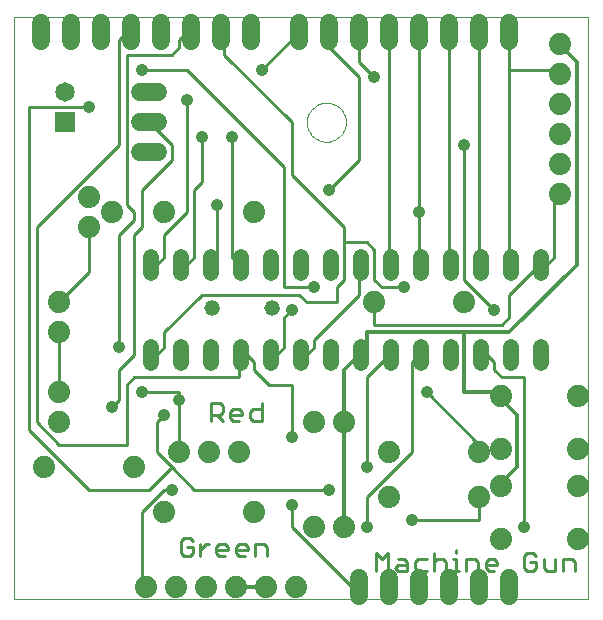
<source format=gtl>
G75*
%MOIN*%
%OFA0B0*%
%FSLAX24Y24*%
%IPPOS*%
%LPD*%
%AMOC8*
5,1,8,0,0,1.08239X$1,22.5*
%
%ADD10C,0.0000*%
%ADD11C,0.0110*%
%ADD12C,0.0520*%
%ADD13C,0.0600*%
%ADD14C,0.0740*%
%ADD15C,0.0520*%
%ADD16R,0.0650X0.0650*%
%ADD17C,0.0650*%
%ADD18C,0.0120*%
%ADD19C,0.0100*%
%ADD20C,0.0420*%
D10*
X000100Y001170D02*
X000100Y020570D01*
X019220Y020570D01*
X019210Y001170D01*
X000100Y001170D01*
X009850Y017050D02*
X009852Y017100D01*
X009858Y017150D01*
X009868Y017200D01*
X009881Y017248D01*
X009898Y017296D01*
X009919Y017342D01*
X009943Y017386D01*
X009971Y017428D01*
X010002Y017468D01*
X010036Y017505D01*
X010073Y017540D01*
X010112Y017571D01*
X010153Y017600D01*
X010197Y017625D01*
X010243Y017647D01*
X010290Y017665D01*
X010338Y017679D01*
X010387Y017690D01*
X010437Y017697D01*
X010487Y017700D01*
X010538Y017699D01*
X010588Y017694D01*
X010638Y017685D01*
X010686Y017673D01*
X010734Y017656D01*
X010780Y017636D01*
X010825Y017613D01*
X010868Y017586D01*
X010908Y017556D01*
X010946Y017523D01*
X010981Y017487D01*
X011014Y017448D01*
X011043Y017407D01*
X011069Y017364D01*
X011092Y017319D01*
X011111Y017272D01*
X011126Y017224D01*
X011138Y017175D01*
X011146Y017125D01*
X011150Y017075D01*
X011150Y017025D01*
X011146Y016975D01*
X011138Y016925D01*
X011126Y016876D01*
X011111Y016828D01*
X011092Y016781D01*
X011069Y016736D01*
X011043Y016693D01*
X011014Y016652D01*
X010981Y016613D01*
X010946Y016577D01*
X010908Y016544D01*
X010868Y016514D01*
X010825Y016487D01*
X010780Y016464D01*
X010734Y016444D01*
X010686Y016427D01*
X010638Y016415D01*
X010588Y016406D01*
X010538Y016401D01*
X010487Y016400D01*
X010437Y016403D01*
X010387Y016410D01*
X010338Y016421D01*
X010290Y016435D01*
X010243Y016453D01*
X010197Y016475D01*
X010153Y016500D01*
X010112Y016529D01*
X010073Y016560D01*
X010036Y016595D01*
X010002Y016632D01*
X009971Y016672D01*
X009943Y016714D01*
X009919Y016758D01*
X009898Y016804D01*
X009881Y016852D01*
X009868Y016900D01*
X009858Y016950D01*
X009852Y017000D01*
X009850Y017050D01*
D11*
X008338Y007696D02*
X008338Y007105D01*
X008043Y007105D01*
X007944Y007203D01*
X007944Y007400D01*
X008043Y007499D01*
X008338Y007499D01*
X007693Y007400D02*
X007693Y007302D01*
X007300Y007302D01*
X007300Y007400D02*
X007300Y007203D01*
X007398Y007105D01*
X007595Y007105D01*
X007693Y007400D02*
X007595Y007499D01*
X007398Y007499D01*
X007300Y007400D01*
X007049Y007400D02*
X007049Y007597D01*
X006950Y007696D01*
X006655Y007696D01*
X006655Y007105D01*
X006655Y007302D02*
X006950Y007302D01*
X007049Y007400D01*
X006852Y007302D02*
X007049Y007105D01*
X005950Y003196D02*
X005753Y003196D01*
X005655Y003097D01*
X005655Y002703D01*
X005753Y002605D01*
X005950Y002605D01*
X006049Y002703D01*
X006049Y002900D01*
X005852Y002900D01*
X006049Y003097D02*
X005950Y003196D01*
X006300Y002999D02*
X006300Y002605D01*
X006300Y002802D02*
X006496Y002999D01*
X006595Y002999D01*
X006837Y002900D02*
X006837Y002703D01*
X006935Y002605D01*
X007132Y002605D01*
X007230Y002802D02*
X007230Y002900D01*
X007132Y002999D01*
X006935Y002999D01*
X006837Y002900D01*
X006837Y002802D02*
X007230Y002802D01*
X007481Y002802D02*
X007875Y002802D01*
X007875Y002900D01*
X007776Y002999D01*
X007580Y002999D01*
X007481Y002900D01*
X007481Y002703D01*
X007580Y002605D01*
X007776Y002605D01*
X008126Y002605D02*
X008126Y002999D01*
X008421Y002999D01*
X008519Y002900D01*
X008519Y002605D01*
X012155Y002696D02*
X012155Y002105D01*
X012549Y002105D02*
X012549Y002696D01*
X012352Y002499D01*
X012155Y002696D01*
X012800Y002203D02*
X012898Y002302D01*
X013193Y002302D01*
X013193Y002400D02*
X013193Y002105D01*
X012898Y002105D01*
X012800Y002203D01*
X012898Y002499D02*
X013095Y002499D01*
X013193Y002400D01*
X013444Y002400D02*
X013444Y002203D01*
X013543Y002105D01*
X013838Y002105D01*
X014089Y002105D02*
X014089Y002696D01*
X014187Y002499D02*
X014089Y002400D01*
X014187Y002499D02*
X014384Y002499D01*
X014482Y002400D01*
X014482Y002105D01*
X014733Y002105D02*
X014930Y002105D01*
X014832Y002105D02*
X014832Y002499D01*
X014733Y002499D01*
X014832Y002696D02*
X014832Y002794D01*
X015163Y002499D02*
X015458Y002499D01*
X015557Y002400D01*
X015557Y002105D01*
X015807Y002203D02*
X015807Y002400D01*
X015906Y002499D01*
X016103Y002499D01*
X016201Y002400D01*
X016201Y002302D01*
X015807Y002302D01*
X015807Y002203D02*
X015906Y002105D01*
X016103Y002105D01*
X015163Y002105D02*
X015163Y002499D01*
X013838Y002499D02*
X013543Y002499D01*
X013444Y002400D01*
X017097Y002203D02*
X017195Y002105D01*
X017392Y002105D01*
X017490Y002203D01*
X017490Y002400D01*
X017293Y002400D01*
X017097Y002597D02*
X017097Y002203D01*
X017097Y002597D02*
X017195Y002696D01*
X017392Y002696D01*
X017490Y002597D01*
X017741Y002499D02*
X017741Y002203D01*
X017840Y002105D01*
X018135Y002105D01*
X018135Y002499D01*
X018386Y002499D02*
X018681Y002499D01*
X018779Y002400D01*
X018779Y002105D01*
X018386Y002105D02*
X018386Y002499D01*
D12*
X017650Y009040D02*
X017650Y009560D01*
X016650Y009560D02*
X016650Y009040D01*
X015650Y009040D02*
X015650Y009560D01*
X014650Y009560D02*
X014650Y009040D01*
X013650Y009040D02*
X013650Y009560D01*
X012650Y009560D02*
X012650Y009040D01*
X011650Y009040D02*
X011650Y009560D01*
X010650Y009560D02*
X010650Y009040D01*
X009650Y009040D02*
X009650Y009560D01*
X008650Y009560D02*
X008650Y009040D01*
X007650Y009040D02*
X007650Y009560D01*
X006650Y009560D02*
X006650Y009040D01*
X005650Y009040D02*
X005650Y009560D01*
X004650Y009560D02*
X004650Y009040D01*
X004650Y012040D02*
X004650Y012560D01*
X005650Y012560D02*
X005650Y012040D01*
X006650Y012040D02*
X006650Y012560D01*
X007650Y012560D02*
X007650Y012040D01*
X008650Y012040D02*
X008650Y012560D01*
X009650Y012560D02*
X009650Y012040D01*
X010650Y012040D02*
X010650Y012560D01*
X011650Y012560D02*
X011650Y012040D01*
X012650Y012040D02*
X012650Y012560D01*
X013650Y012560D02*
X013650Y012040D01*
X014650Y012040D02*
X014650Y012560D01*
X015650Y012560D02*
X015650Y012040D01*
X016650Y012040D02*
X016650Y012560D01*
X017650Y012560D02*
X017650Y012040D01*
D13*
X016600Y019750D02*
X016600Y020350D01*
X015600Y020350D02*
X015600Y019750D01*
X014600Y019750D02*
X014600Y020350D01*
X013600Y020350D02*
X013600Y019750D01*
X012600Y019750D02*
X012600Y020350D01*
X011600Y020350D02*
X011600Y019750D01*
X010600Y019750D02*
X010600Y020350D01*
X009600Y020350D02*
X009600Y019750D01*
X008000Y019750D02*
X008000Y020350D01*
X007000Y020350D02*
X007000Y019750D01*
X006000Y019750D02*
X006000Y020350D01*
X005000Y020350D02*
X005000Y019750D01*
X004000Y019750D02*
X004000Y020350D01*
X003000Y020350D02*
X003000Y019750D01*
X002000Y019750D02*
X002000Y020350D01*
X001000Y020350D02*
X001000Y019750D01*
X004300Y018050D02*
X004900Y018050D01*
X004900Y017050D02*
X004300Y017050D01*
X004300Y016050D02*
X004900Y016050D01*
X011600Y001850D02*
X011600Y001250D01*
X012600Y001250D02*
X012600Y001850D01*
X013600Y001850D02*
X013600Y001250D01*
X014600Y001250D02*
X014600Y001850D01*
X015600Y001850D02*
X015600Y001250D01*
X016600Y001250D02*
X016600Y001850D01*
D14*
X016320Y003160D03*
X015600Y004550D03*
X016320Y004940D03*
X016320Y006160D03*
X015600Y006050D03*
X016320Y007940D03*
X018880Y007940D03*
X018880Y006160D03*
X018880Y004940D03*
X018880Y003160D03*
X012600Y004550D03*
X012600Y006050D03*
X011100Y007050D03*
X010100Y007050D03*
X007600Y006050D03*
X006600Y006050D03*
X005600Y006050D03*
X004100Y005550D03*
X005100Y004050D03*
X005500Y001550D03*
X006500Y001550D03*
X007500Y001550D03*
X008500Y001550D03*
X009500Y001550D03*
X010100Y003550D03*
X011100Y003550D03*
X008100Y004050D03*
X004500Y001550D03*
X001100Y005550D03*
X001600Y007050D03*
X001600Y008050D03*
X001600Y010050D03*
X001600Y011050D03*
X002600Y013550D03*
X003350Y014050D03*
X002600Y014550D03*
X005100Y014050D03*
X008100Y014050D03*
X012100Y011050D03*
X015100Y011050D03*
X018300Y014650D03*
X018300Y015650D03*
X018300Y016650D03*
X018300Y017650D03*
X018300Y018650D03*
X018300Y019650D03*
D15*
X008700Y010850D03*
X006700Y010850D03*
D16*
X001800Y017050D03*
D17*
X001800Y018050D03*
D18*
X011100Y008800D02*
X011100Y007050D01*
X011100Y003550D01*
X008500Y001550D02*
X007500Y001550D01*
X011100Y008800D02*
X011600Y009300D01*
X011650Y009300D01*
X011850Y009300D01*
X011850Y010050D01*
X015100Y010050D01*
X015100Y008050D01*
X016100Y008050D01*
X016320Y007940D01*
X016350Y007800D01*
X016850Y007300D01*
X016850Y005550D01*
X016350Y005050D01*
X016320Y004940D01*
X016600Y010050D02*
X015100Y010050D01*
X016600Y010050D02*
X018850Y012300D01*
X018850Y019050D01*
X018350Y019550D01*
X018300Y019650D01*
D19*
X018100Y018800D02*
X018300Y018650D01*
X018100Y018800D02*
X016600Y018800D01*
X016600Y012300D01*
X016650Y012300D01*
X017600Y012300D02*
X016600Y011300D01*
X016600Y010550D01*
X016350Y010300D01*
X012100Y010300D01*
X012100Y011050D01*
X012350Y011550D02*
X012100Y011800D01*
X012100Y012800D01*
X011850Y013050D01*
X011100Y013050D01*
X011100Y011800D01*
X010850Y011550D01*
X010850Y011050D01*
X009850Y011050D01*
X009600Y011300D01*
X006350Y011300D01*
X005100Y010050D01*
X005100Y009550D01*
X004850Y009300D01*
X004650Y009300D01*
X004100Y009300D02*
X004100Y013300D01*
X004350Y013550D01*
X004350Y014800D01*
X005350Y015800D01*
X005350Y016300D01*
X004600Y017050D01*
X003600Y016300D02*
X000850Y013550D01*
X000850Y007050D01*
X001600Y006300D01*
X003850Y006300D01*
X003850Y008300D01*
X004100Y008550D01*
X007600Y008550D01*
X007600Y009300D01*
X007650Y009300D01*
X007850Y009300D01*
X008100Y009050D01*
X008100Y008800D01*
X008600Y008300D01*
X009350Y008300D01*
X009350Y006550D01*
X010600Y004800D02*
X006100Y004800D01*
X005350Y005550D01*
X004600Y004800D01*
X002600Y004800D01*
X000600Y006800D01*
X000600Y017550D01*
X002600Y017550D01*
X003600Y016300D02*
X003600Y019800D01*
X003850Y020050D01*
X004000Y020050D01*
X003850Y019300D02*
X003850Y014300D01*
X004100Y014050D01*
X004100Y013800D01*
X003600Y013300D01*
X003600Y009550D01*
X004100Y009300D02*
X003600Y008800D01*
X003600Y007800D01*
X003350Y007550D01*
X004350Y008050D02*
X005600Y008050D01*
X005600Y007800D01*
X005600Y006050D01*
X005350Y005550D02*
X004850Y006050D01*
X004850Y007050D01*
X005100Y007300D01*
X005100Y004800D02*
X005350Y004800D01*
X005100Y004800D02*
X004350Y004050D01*
X004350Y001550D01*
X004500Y001550D01*
X009350Y003550D02*
X011350Y001550D01*
X011600Y001550D01*
X011850Y003550D02*
X011850Y004550D01*
X013350Y006050D01*
X013350Y009050D01*
X013600Y009300D01*
X013650Y009300D01*
X012650Y009300D02*
X012600Y009300D01*
X011850Y008550D01*
X011850Y005550D01*
X013350Y003800D02*
X015600Y003800D01*
X015600Y004550D01*
X015600Y006050D02*
X015600Y006300D01*
X013850Y008050D01*
X015650Y009300D02*
X015850Y009300D01*
X016100Y009050D01*
X016100Y008800D01*
X016350Y008550D01*
X017100Y008550D01*
X017100Y003550D01*
X010100Y009550D02*
X010100Y009800D01*
X011600Y011300D01*
X011600Y012300D01*
X011650Y012300D01*
X012350Y011550D02*
X013100Y011550D01*
X012650Y012300D02*
X012600Y012300D01*
X012600Y020050D01*
X011600Y020050D02*
X011600Y019050D01*
X012100Y018550D01*
X011600Y018550D02*
X010600Y019550D01*
X010600Y020050D01*
X009600Y020050D02*
X008350Y018800D01*
X007100Y019300D02*
X007100Y020050D01*
X007000Y020050D01*
X007100Y019300D02*
X009350Y017050D01*
X009350Y015300D01*
X011100Y013550D01*
X011100Y013050D01*
X010100Y011550D02*
X009100Y011550D01*
X009100Y015550D01*
X005850Y018800D01*
X004350Y018800D01*
X003850Y019300D02*
X005350Y019300D01*
X005600Y019550D01*
X005600Y019800D01*
X005850Y020050D01*
X006000Y020050D01*
X005850Y017800D02*
X005850Y014050D01*
X005100Y013300D01*
X005100Y012550D01*
X004850Y012300D01*
X004650Y012300D01*
X005650Y012300D02*
X005850Y012300D01*
X006100Y012550D01*
X006100Y014800D01*
X006350Y015050D01*
X006350Y016550D01*
X007350Y016550D02*
X007350Y012550D01*
X007600Y012300D01*
X007650Y012300D01*
X006850Y012300D02*
X006650Y012300D01*
X006850Y012300D02*
X006850Y014300D01*
X009350Y010800D02*
X009100Y010550D01*
X009100Y009550D01*
X008850Y009300D01*
X008650Y009300D01*
X009650Y009300D02*
X009850Y009300D01*
X010100Y009550D01*
X013600Y012300D02*
X013650Y012300D01*
X013600Y012300D02*
X013600Y014050D01*
X013600Y020050D01*
X014600Y020050D02*
X014600Y012300D01*
X014650Y012300D01*
X015100Y011800D02*
X015100Y016300D01*
X016600Y018800D02*
X016600Y020050D01*
X015600Y020050D02*
X015600Y012300D01*
X015650Y012300D01*
X015100Y011800D02*
X016100Y010800D01*
X017600Y012300D02*
X017650Y012300D01*
X017850Y012300D01*
X018100Y012550D01*
X018100Y014550D01*
X018300Y014650D01*
X011600Y015800D02*
X011600Y018550D01*
X011600Y015800D02*
X010600Y014800D01*
X002600Y013550D02*
X002600Y012050D01*
X001600Y011050D01*
X001600Y010050D02*
X001600Y008050D01*
X009350Y004300D02*
X009350Y003550D01*
D20*
X009350Y004300D03*
X010600Y004800D03*
X011850Y005550D03*
X013350Y003800D03*
X011850Y003550D03*
X009350Y006550D03*
X005600Y007800D03*
X005100Y007300D03*
X004350Y008050D03*
X003350Y007550D03*
X003600Y009550D03*
X005350Y004800D03*
X009350Y010800D03*
X010100Y011550D03*
X013100Y011550D03*
X013600Y014050D03*
X015100Y016300D03*
X012100Y018550D03*
X008350Y018800D03*
X007350Y016550D03*
X006350Y016550D03*
X005850Y017800D03*
X004350Y018800D03*
X002600Y017550D03*
X006850Y014300D03*
X010600Y014800D03*
X016100Y010800D03*
X013850Y008050D03*
X017100Y003550D03*
M02*

</source>
